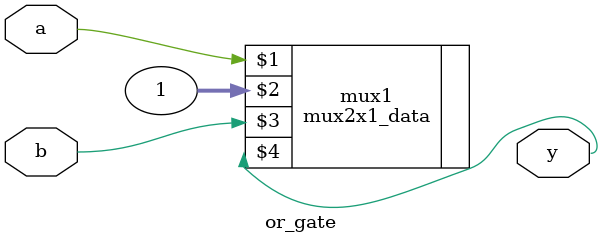
<source format=v>
module or_gate(a,b,y);

input a,b;
output y;

mux2x1_data mux1(a,1,b,y);

endmodule


</source>
